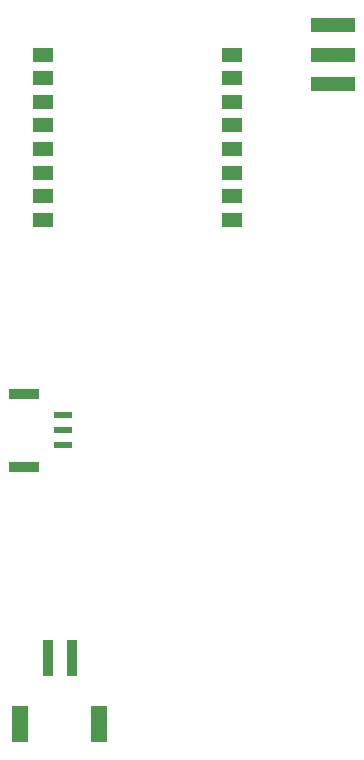
<source format=gbr>
G04 #@! TF.GenerationSoftware,KiCad,Pcbnew,5.0.0-fee4fd1~65~ubuntu16.04.1*
G04 #@! TF.CreationDate,2018-07-27T11:27:13-07:00*
G04 #@! TF.ProjectId,fk-sonar,666B2D736F6E61722E6B696361645F70,0.1*
G04 #@! TF.SameCoordinates,PX791ddc0PY791ddc0*
G04 #@! TF.FileFunction,Paste,Bot*
G04 #@! TF.FilePolarity,Positive*
%FSLAX46Y46*%
G04 Gerber Fmt 4.6, Leading zero omitted, Abs format (unit mm)*
G04 Created by KiCad (PCBNEW 5.0.0-fee4fd1~65~ubuntu16.04.1) date Fri Jul 27 11:27:13 2018*
%MOMM*%
%LPD*%
G01*
G04 APERTURE LIST*
%ADD10R,3.780000X1.143000*%
%ADD11R,0.900000X3.150000*%
%ADD12R,1.350000X3.060000*%
%ADD13R,1.800000X1.170000*%
%ADD14R,2.520000X0.900000*%
%ADD15R,1.530000X0.540000*%
G04 APERTURE END LIST*
D10*
G04 #@! TO.C,J3*
X27457400Y53390800D03*
X27457400Y55890800D03*
X27457400Y50890800D03*
G04 #@! TD*
D11*
G04 #@! TO.C,J7*
X5343400Y2280100D03*
X3343400Y2280100D03*
D12*
X7693400Y-3269900D03*
X993400Y-3269900D03*
G04 #@! TD*
D13*
G04 #@! TO.C,U2*
X2947400Y39393100D03*
X2947400Y41393100D03*
X2947400Y43393100D03*
X2947400Y45393100D03*
X2947400Y47393100D03*
X2947400Y49393100D03*
X2947400Y51393100D03*
X2947400Y53393100D03*
X18947400Y53393100D03*
X18947400Y51393100D03*
X18947400Y49393100D03*
X18947400Y47393100D03*
X18947400Y45393100D03*
X18947400Y43393100D03*
X18947400Y41393100D03*
X18947400Y39393100D03*
G04 #@! TD*
D14*
G04 #@! TO.C,J8*
X1267000Y18490000D03*
X1267000Y24690000D03*
D15*
X4617000Y20340000D03*
X4617000Y21590000D03*
X4617000Y22840000D03*
G04 #@! TD*
M02*

</source>
